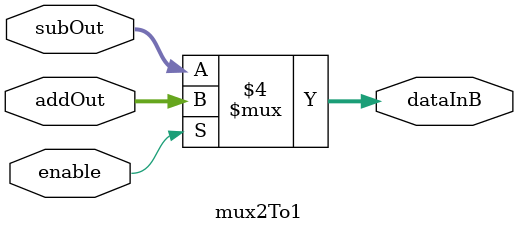
<source format=v>
module mux2To1(addOut, subOut, enable, dataInB);

input [7:0] addOut;
input [7:0] subOut;
input enable;
output [7:0] dataInB;

reg [7:0] dataInB;

always @(addOut or subOut or enable)
begin
	if (enable == 1'b0)
	 dataInB = subOut;
	else
	 dataInB = addOut;
end
endmodule


</source>
